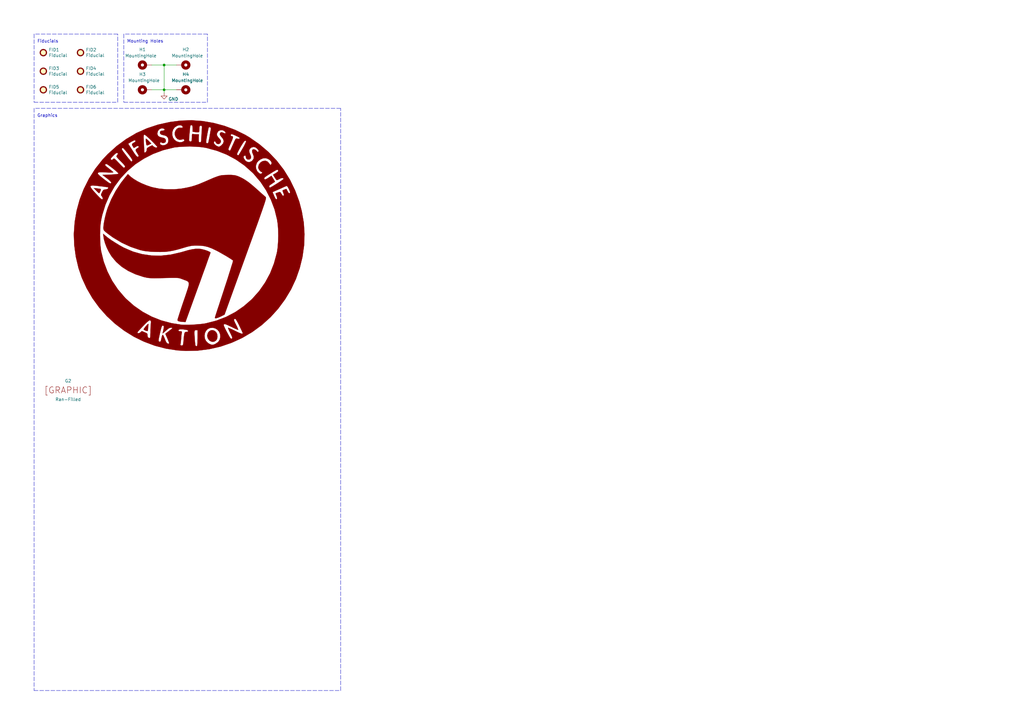
<source format=kicad_sch>
(kicad_sch (version 20211123) (generator eeschema)
  (paper "A3")
  (title_block (title "Squishy - Multitool - Mechanical / Graphics") (date "2021-12-21") (rev "2") (company "Shrine Maiden Heavy Industries") (comment 1 "License:  CERN-OHL-S") (comment 2 "© 2020 Aki 'lethalbit' Van Ness, et. al.") (comment 3 "Mechanical and graphic elements") (comment 4 "Squishy - SCSI multitool and gateware library"))
  (lib_symbols
    (symbol "Mechanical:Fiducial"
      (property "Reference" "FID" (at 0 5.08 0))
      (property "Value" "Fiducial" (at 0 3.175 0))
      (symbol "Fiducial_0_1"
        (circle (center 0 0) (radius 1.27) (stroke (width 0.508)) (fill (type background)))
      )
    )
    (symbol "Mechanical:MountingHole_Pad" (pin_numbers hide) (pin_names (offset 1.016) hide)
      (property "Reference" "H" (at 0 6.35 0))
      (property "Value" "MountingHole_Pad" (at 0 4.445 0))
      (symbol "MountingHole_Pad_0_1"
        (circle (center 0 1.27) (radius 1.27) (stroke (width 1.27)))
      )
      (symbol "MountingHole_Pad_1_1"
        (pin input line (at 0 -2.54 90) (length 2.54) (name "1") (number "1"))
      )
    )
    (symbol "lethalbit-graphics:Antifaschistische_Aktion" (pin_names (offset 1.016))
      (property "Reference" "G" (at -1.27 3.81 0))
      (property "Value" "Antifaschistische_Aktion" (at -1.27 3.81 0))
      (symbol "Antifaschistische_Aktion_1_1"
        (polyline (pts (xy -36.7792 -32.2326) (xy -36.5506 -31.9278) (xy -36.2966 -31.3944) (xy -36.1442 -30.8864) (xy -36.1442 -30.5816) (xy -36.2966 -30.5054) (xy -36.8554 -30.4038) (xy -37.6428 -30.3022) (xy -38.989 -30.1498) (xy -37.9984 -31.1912) (xy -37.5666 -31.6484) (xy -37.084 -32.0802) (xy -36.83 -32.258) (xy -36.7792 -32.2326)) (stroke (width 0.0254)) (fill (type outline)))
        (polyline (pts (xy -16.8656 -12.5984) (xy -16.2306 -12.2936) (xy -15.4432 -11.8872) (xy -16.4084 -10.8966) (xy -16.8148 -10.4902) (xy -17.2974 -10.0584) (xy -17.5768 -9.906) (xy -17.6276 -9.9822) (xy -17.653 -10.414) (xy -17.6022 -11.0998) (xy -17.526 -11.7856) (xy -17.399 -12.3698) (xy -17.3482 -12.4968) (xy -17.1958 -12.6492) (xy -16.8656 -12.5984)) (stroke (width 0.0254)) (fill (type outline)))
        (polyline (pts (xy 10.3886 -93.1164) (xy 11.1506 -92.6592) (xy 11.5316 -92.0242) (xy 11.7348 -91.0844) (xy 11.6078 -90.0938) (xy 11.176 -89.2302) (xy 10.4902 -88.6714) (xy 9.8552 -88.4428) (xy 9.0424 -88.4682) (xy 8.255 -88.9508) (xy 7.747 -89.662) (xy 7.5184 -90.6526) (xy 7.6962 -91.6432) (xy 8.2804 -92.5322) (xy 8.636 -92.837) (xy 9.4996 -93.1926) (xy 10.3886 -93.1164)) (stroke (width 0.0254)) (fill (type outline)))
        (polyline (pts (xy -16.8148 -88.5698) (xy -16.764 -87.9348) (xy -16.764 -87.8586) (xy -16.7132 -87.0458) (xy -16.6116 -86.4108) (xy -16.5608 -86.0552) (xy -16.6878 -85.852) (xy -16.7386 -85.8774) (xy -17.0688 -86.1568) (xy -17.526 -86.6648) (xy -18.034 -87.2744) (xy -18.3896 -87.7824) (xy -18.542 -88.1126) (xy -18.3642 -88.3158) (xy -17.8562 -88.5698) (xy -17.399 -88.7222) (xy -16.9672 -88.7984) (xy -16.8148 -88.5698)) (stroke (width 0.0254)) (fill (type outline)))
        (polyline (pts (xy 3.7338 -70.9168) (xy 4.6228 -68.5038) (xy 5.4864 -66.0654) (xy 6.2992 -63.8302) (xy 7.0358 -61.8236) (xy 7.6454 -60.071) (xy 8.1534 -58.6232) (xy 8.5598 -57.5564) (xy 8.7884 -56.8452) (xy 8.89 -56.5912) (xy 8.8138 -56.4896) (xy 8.382 -56.2356) (xy 7.6708 -55.9308) (xy 6.7818 -55.6006) (xy 5.842 -55.3466) (xy 5.0038 -55.1434) (xy 4.0894 -55.0672) (xy 2.8194 -55.0672) (xy 1.3462 -55.2704) (xy -0.381 -55.6514) (xy -2.4638 -56.261) (xy -3.3782 -56.515) (xy -7.493 -57.4548) (xy -11.5062 -57.8866) (xy -15.3924 -57.8104) (xy -19.2024 -57.2516) (xy -22.9108 -56.2102) (xy -26.543 -54.6608) (xy -27.0002 -54.4322) (xy -28.5242 -53.5686) (xy -30.1498 -52.578) (xy -31.75 -51.562) (xy -33.147 -50.5714) (xy -34.2138 -49.7078) (xy -35.1536 -48.895) (xy -34.9758 -50.3936) (xy -34.8488 -51.1048) (xy -34.3916 -52.7304) (xy -33.7312 -54.483) (xy -32.8676 -56.261) (xy -31.9024 -57.8612) (xy -31.6484 -58.2422) (xy -29.7942 -60.452) (xy -27.5336 -62.4332) (xy -24.892 -64.1096) (xy -21.9202 -65.5066) (xy -18.669 -66.5734) (xy -18.1356 -66.7004) (xy -17.2212 -66.9036) (xy -16.3576 -67.0306) (xy -15.367 -67.0814) (xy -14.1732 -67.1068) (xy -12.573 -67.0814) (xy -10.8712 -67.056) (xy -8.9408 -67.0052) (xy -7.4168 -66.9798) (xy -5.3086 -66.9798) (xy -4.6228 -67.0052) (xy -4.0894 -67.056) (xy -3.683 -67.1576) (xy -3.302 -67.2846) (xy -2.8956 -67.437) (xy -2.3876 -67.6148) (xy -1.8034 -67.8434) (xy -1.1176 -68.0974) (xy -0.5842 -68.3514) (xy -0.254 -68.6308) (xy -0.0508 -69.0118) (xy 0 -69.5198) (xy -0.127 -70.2564) (xy -0.4064 -71.2724) (xy -0.8382 -72.5932) (xy -1.397 -74.2696) (xy -2.1336 -76.4032) (xy -2.3876 -77.1398) (xy -2.9972 -78.9432) (xy -3.5306 -80.5688) (xy -3.9878 -81.9912) (xy -4.3434 -83.1088) (xy -4.572 -83.8708) (xy -4.6736 -84.2264) (xy -4.5212 -84.6074) (xy -3.937 -84.836) (xy -3.1496 -84.963) (xy -2.286 -85.0392) (xy -1.397 -85.09) (xy 3.7338 -70.9168)) (stroke (width 0.0254)) (fill (type outline)))
        (polyline (pts (xy 12.0396 -83.2612) (xy 13.1064 -82.804) (xy 14.6304 -82.042) (xy 23.2918 -58.0898) (xy 24.6634 -54.2798) (xy 25.9334 -50.8) (xy 27.0256 -47.752) (xy 27.9908 -45.1104) (xy 28.8036 -42.8244) (xy 29.4894 -40.8686) (xy 30.0736 -39.2176) (xy 30.5308 -37.8714) (xy 30.9118 -36.7792) (xy 31.1912 -35.8902) (xy 31.3944 -35.2298) (xy 31.5214 -34.7218) (xy 31.5976 -34.3408) (xy 31.5976 -34.1122) (xy 31.5722 -33.9344) (xy 31.5214 -33.8328) (xy 31.4452 -33.782) (xy 31.3436 -33.6804) (xy 30.861 -33.274) (xy 30.099 -32.6136) (xy 29.1592 -31.7754) (xy 28.1432 -30.861) (xy 27.813 -30.5562) (xy 26.0604 -29.0322) (xy 24.5364 -27.7876) (xy 23.1648 -26.8478) (xy 21.8948 -26.0858) (xy 20.5994 -25.4762) (xy 19.8882 -25.1968) (xy 19.1516 -24.9682) (xy 18.3896 -24.8412) (xy 17.4244 -24.765) (xy 15.9766 -24.765) (xy 14.9352 -24.7904) (xy 14.0208 -24.8412) (xy 13.1826 -24.9428) (xy 12.2936 -25.1714) (xy 11.303 -25.5016) (xy 10.1092 -25.9588) (xy 8.636 -26.5938) (xy 6.7818 -27.4066) (xy 6.35 -27.5844) (xy 4.318 -28.448) (xy 2.54 -29.083) (xy 0.8382 -29.591) (xy -0.9652 -29.9974) (xy -2.9972 -30.353) (xy -3.0734 -30.3784) (xy -5.9944 -30.6578) (xy -9.0678 -30.6578) (xy -12.0904 -30.4038) (xy -14.859 -29.845) (xy -15.6718 -29.6164) (xy -17.526 -28.9814) (xy -19.4056 -28.194) (xy -21.1328 -27.3304) (xy -22.6314 -26.416) (xy -23.7744 -25.5778) (xy -25.019 -24.4348) (xy -26.3906 -26.1112) (xy -27.8638 -28.0162) (xy -29.9974 -31.2674) (xy -31.8008 -34.671) (xy -33.2232 -38.1) (xy -33.528 -38.989) (xy -34.0106 -40.6146) (xy -34.417 -42.291) (xy -34.7472 -43.8912) (xy -34.9758 -45.2882) (xy -35.052 -46.3296) (xy -35.052 -46.482) (xy -35.0266 -46.9646) (xy -34.8996 -47.371) (xy -34.5948 -47.752) (xy -34.036 -48.26) (xy -33.147 -48.9458) (xy -31.1658 -50.3936) (xy -27.6098 -52.5272) (xy -23.9014 -54.2544) (xy -20.1168 -55.5244) (xy -19.304 -55.7276) (xy -18.161 -55.9562) (xy -16.9418 -56.1086) (xy -15.5194 -56.2356) (xy -13.716 -56.3118) (xy -11.7348 -56.3372) (xy -9.8552 -56.2864) (xy -8.128 -56.1086) (xy -6.35 -55.7784) (xy -4.4196 -55.2958) (xy -2.159 -54.6354) (xy -0.7874 -54.229) (xy 0.3048 -53.975) (xy 1.2446 -53.7972) (xy 2.2352 -53.721) (xy 3.429 -53.721) (xy 4.699 -53.7464) (xy 6.2738 -53.9242) (xy 7.7724 -54.2798) (xy 9.3472 -54.864) (xy 11.176 -55.7276) (xy 11.7348 -56.007) (xy 12.827 -56.6166) (xy 13.9954 -57.277) (xy 15.1892 -57.9628) (xy 16.2814 -58.6232) (xy 17.1958 -59.2074) (xy 17.8308 -59.6392) (xy 18.1356 -59.8932) (xy 18.0594 -60.1726) (xy 17.8816 -60.9092) (xy 17.526 -62.0014) (xy 17.0942 -63.4492) (xy 16.5354 -65.1764) (xy 15.9258 -67.1576) (xy 15.2146 -69.3166) (xy 14.4526 -71.628) (xy 14.4526 -71.6788) (xy 13.6906 -73.9902) (xy 12.9794 -76.1492) (xy 12.3444 -78.1304) (xy 11.7602 -79.8576) (xy 11.303 -81.28) (xy 10.9474 -82.3722) (xy 10.7442 -83.0834) (xy 10.668 -83.3628) (xy 10.7696 -83.5152) (xy 11.2522 -83.5152) (xy 12.0396 -83.2612)) (stroke (width 0.0254)) (fill (type outline)))
        (polyline (pts (xy 3.5814 -96.8248) (xy 8.3566 -96.2152) (xy 13.0048 -95.1484) (xy 17.526 -93.599) (xy 21.8694 -91.6178) (xy 26.0096 -89.1794) (xy 29.8958 -86.3346) (xy 33.528 -83.058) (xy 36.6268 -79.629) (xy 39.4716 -75.7682) (xy 41.91 -71.7042) (xy 43.9166 -67.4116) (xy 45.466 -62.9666) (xy 46.5836 -58.42) (xy 47.244 -53.7464) (xy 47.4218 -49.0474) (xy 47.117 -44.323) (xy 46.3042 -39.6494) (xy 45.2882 -35.7632) (xy 43.5864 -31.1404) (xy 41.4782 -26.7716) (xy 38.9382 -22.6568) (xy 35.9918 -18.8468) (xy 32.639 -15.3416) (xy 28.9052 -12.1666) (xy 24.8158 -9.3218) (xy 23.0378 -8.2804) (xy 18.9484 -6.2738) (xy 14.6304 -4.6482) (xy 10.1854 -3.4544) (xy 5.6388 -2.667) (xy 1.1176 -2.3368) (xy -3.3274 -2.4892) (xy -7.747 -3.048) (xy -12.5984 -4.1148) (xy -17.1958 -5.6388) (xy -21.5646 -7.5946) (xy -21.6916 -7.6708) (xy -12.9286 -7.6708) (xy -12.7254 -6.7818) (xy -12.192 -6.096) (xy -11.43 -5.6896) (xy -10.541 -5.6896) (xy -10.0838 -5.8928) (xy -9.906 -6.1976) (xy -10.16 -6.477) (xy -10.795 -6.604) (xy -10.9728 -6.604) (xy -11.557 -6.731) (xy -11.8364 -7.112) (xy -11.8364 -7.1882) (xy -11.811 -7.7724) (xy -11.3284 -8.2042) (xy -10.7696 -8.3566) (xy -6.8326 -8.3566) (xy -6.8072 -7.2136) (xy -6.4516 -6.1214) (xy -5.7912 -5.2324) (xy -4.7752 -4.5974) (xy -4.1402 -4.4196) (xy -3.3274 -4.3942) (xy -2.7686 -4.6228) (xy -2.54 -5.0546) (xy -2.5908 -5.3086) (xy -2.8194 -5.461) (xy -3.4036 -5.4102) (xy -4.0894 -5.4102) (xy -4.8768 -5.7912) (xy -5.4356 -6.477) (xy -5.7658 -7.366) (xy -5.7404 -8.3566) (xy -5.3594 -9.3218) (xy -4.699 -10.033) (xy -3.7846 -10.3632) (xy -2.7686 -10.2108) (xy -2.5654 -10.1346) (xy -2.1336 -10.0838) (xy -1.9304 -10.3378) (xy 0.0508 -10.3378) (xy 0.1016 -9.5504) (xy 0.1778 -8.636) (xy 0.2794 -7.4422) (xy 0.381 -6.2738) (xy 0.4064 -6.096) (xy 0.4826 -5.1562) (xy 0.6096 -4.6228) (xy 0.762 -4.3688) (xy 1.016 -4.318) (xy 1.1684 -4.318) (xy 1.397 -4.4704) (xy 1.4986 -4.8768) (xy 1.524 -5.6642) (xy 1.524 -7.0358) (xy 2.6924 -7.1882) (xy 3.0226 -7.239) (xy 3.7084 -7.2644) (xy 4.0894 -7.2136) (xy 4.1656 -7.0866) (xy 4.2672 -6.5786) (xy 4.318 -5.8166) (xy 4.318 -5.4102) (xy 4.3688 -4.8514) (xy 4.5466 -4.6228) (xy 4.8768 -4.5466) (xy 4.9022 -4.572) (xy 5.1562 -4.572) (xy 5.3086 -4.7244) (xy 5.3848 -5.0546) (xy 5.3594 -5.715) (xy 5.2832 -6.7818) (xy 5.2578 -7.0358) (xy 5.1816 -8.255) (xy 5.1308 -9.3726) (xy 5.08 -10.2108) (xy 5.08 -10.5664) (xy 4.953 -11.176) (xy 4.8768 -11.2522) (xy 7.0612 -11.2522) (xy 7.112 -10.6934) (xy 7.239 -9.8044) (xy 7.4676 -8.4836) (xy 7.493 -8.3312) (xy 7.7216 -7.1374) (xy 7.9248 -6.1468) (xy 8.0772 -5.461) (xy 8.1788 -5.1816) (xy 8.3058 -5.1308) (xy 8.7376 -5.2324) (xy 8.9916 -5.4102) (xy 9.0424 -5.9182) (xy 8.9916 -6.1722) (xy 8.8392 -6.8834) (xy 8.6868 -7.874) (xy 8.4836 -9.017) (xy 8.3566 -9.7536) (xy 8.1534 -10.7188) (xy 8.0264 -11.303) (xy 10.2362 -11.303) (xy 10.4394 -10.9982) (xy 10.7696 -10.9728) (xy 11.0236 -11.4046) (xy 11.1506 -11.6332) (xy 11.6078 -12.0396) (xy 12.192 -12.0904) (xy 12.7508 -11.8364) (xy 13.1064 -11.2522) (xy 13.1318 -10.8204) (xy 12.9032 -10.3124) (xy 12.3444 -9.6774) (xy 11.938 -9.2202) (xy 11.5062 -8.4582) (xy 11.5062 -7.747) (xy 11.938 -7.0104) (xy 12.192 -6.731) (xy 13.0048 -6.3754) (xy 13.8684 -6.4008) (xy 14.6812 -6.8834) (xy 15.0114 -7.2898) (xy 15.0622 -7.6454) (xy 14.732 -7.747) (xy 14.1478 -7.493) (xy 14.0716 -7.4422) (xy 13.4112 -7.239) (xy 12.9286 -7.3914) (xy 12.7 -7.8232) (xy 12.7762 -8.4074) (xy 13.2334 -9.017) (xy 13.2842 -9.0932) (xy 14.0462 -10.033) (xy 14.3002 -10.9474) (xy 14.0462 -11.8364) (xy 13.3096 -12.6492) (xy 13.2588 -12.7) (xy 12.7254 -13.0556) (xy 12.3444 -13.1826) (xy 12.0396 -13.1318) (xy 11.3284 -12.827) (xy 10.6934 -12.3444) (xy 10.287 -11.7856) (xy 10.2362 -11.303) (xy 8.0264 -11.303) (xy 8.001 -11.4046) (xy 7.8994 -11.684) (xy 7.7724 -11.7602) (xy 7.3152 -11.7348) (xy 7.239 -11.7094) (xy 7.112 -11.557) (xy 7.0612 -11.2522) (xy 4.8768 -11.2522) (xy 4.6736 -11.4046) (xy 4.191 -11.2776) (xy 4.064 -11.0744) (xy 4.0132 -10.4902) (xy 4.0132 -9.652) (xy 4.0894 -8.128) (xy 3.0734 -8.128) (xy 2.921 -8.1026) (xy 2.159 -8.0518) (xy 1.524 -7.9248) (xy 1.3462 -8.0518) (xy 1.27 -8.4836) (xy 1.27 -9.3472) (xy 1.2192 -10.2362) (xy 1.0922 -10.8458) (xy 0.8128 -11.0744) (xy 0.381 -10.9982) (xy 0.3556 -10.9982) (xy 0.127 -10.795) (xy 0.0508 -10.3378) (xy -1.9304 -10.3378) (xy -1.905 -10.414) (xy -1.8288 -10.6934) (xy -1.9812 -10.8712) (xy -2.4638 -11.1252) (xy -2.8194 -11.2776) (xy -3.8608 -11.3792) (xy -5.0292 -10.9982) (xy -5.8674 -10.3886) (xy -6.5278 -9.4488) (xy -6.8326 -8.3566) (xy -10.7696 -8.3566) (xy -10.3632 -8.4582) (xy -10.2616 -8.4582) (xy -9.2456 -8.8138) (xy -8.6106 -9.4742) (xy -8.382 -10.414) (xy -8.4582 -11.176) (xy -8.763 -11.8364) (xy -9.4234 -12.319) (xy -9.9314 -12.5222) (xy -10.795 -12.6492) (xy -11.557 -12.3444) (xy -11.8618 -11.9888) (xy -11.7602 -11.557) (xy -11.557 -11.303) (xy -11.3284 -11.3792) (xy -11.049 -11.6078) (xy -10.4648 -11.684) (xy -9.8806 -11.5316) (xy -9.525 -11.176) (xy -9.4742 -10.3632) (xy -9.8298 -9.8044) (xy -10.6426 -9.4996) (xy -11.0744 -9.4234) (xy -12.0142 -9.144) (xy -12.5984 -8.763) (xy -12.8778 -8.2042) (xy -12.9286 -7.6708) (xy -21.6916 -7.6708) (xy -24.5618 -9.3726) (xy -18.5928 -9.3726) (xy -18.5674 -8.7376) (xy -18.4912 -8.382) (xy -18.3134 -8.2296) (xy -18.0594 -8.3058) (xy -17.4498 -8.7376) (xy -16.5862 -9.4996) (xy -15.4686 -10.5664) (xy -14.3002 -11.7348) (xy -13.6144 -12.4714) (xy -13.1318 -13.0048) (xy -12.954 -13.2334) (xy -13.0302 -13.4112) (xy -13.3604 -13.5636) (xy -13.8938 -13.462) (xy -14.4018 -13.1572) (xy -15.0114 -12.5984) (xy -16.1544 -13.1318) (xy -16.9164 -13.589) (xy -17.2212 -13.9446) (xy -17.272 -14.4526) (xy -17.3736 -14.986) (xy -17.78 -15.494) (xy -17.9324 -15.5448) (xy -18.1864 -15.5956) (xy -18.288 -15.3416) (xy -18.3388 -14.6558) (xy -18.3388 -14.3256) (xy -18.3896 -13.3858) (xy -18.4404 -12.2174) (xy -18.5166 -10.9728) (xy -18.542 -10.414) (xy -18.5928 -9.3726) (xy -24.5618 -9.3726) (xy -25.7048 -10.033) (xy -28.321 -11.9634) (xy -24.892 -11.9634) (xy -23.6474 -11.176) (xy -23.3426 -10.9982) (xy -22.5298 -10.5918) (xy -22.0218 -10.5664) (xy -21.844 -10.922) (xy -21.8694 -10.9474) (xy -22.098 -11.2268) (xy -22.606 -11.557) (xy -22.8092 -11.6586) (xy -23.2664 -12.0142) (xy -23.3172 -12.446) (xy -22.9616 -13.081) (xy -22.5552 -13.716) (xy -21.7424 -13.208) (xy -21.3106 -12.954) (xy -20.9042 -12.8524) (xy -20.6248 -13.0302) (xy -20.5486 -13.1318) (xy -20.6248 -13.4366) (xy -21.1074 -13.7922) (xy -21.59 -14.1224) (xy -21.8186 -14.5034) (xy -21.6916 -15.0368) (xy -21.209 -15.7988) (xy -21.0566 -16.0528) (xy -20.7264 -16.6116) (xy -20.574 -16.9672) (xy -20.6248 -17.0942) (xy -20.955 -17.3482) (xy -21.0058 -17.3482) (xy -21.1836 -17.2974) (xy -21.463 -17.0688) (xy -21.844 -16.6116) (xy -22.3774 -15.875) (xy -23.0886 -14.7828) (xy -24.0284 -13.3096) (xy -24.892 -11.9634) (xy -28.321 -11.9634) (xy -29.6164 -12.9032) (xy -30.8102 -13.9954) (xy -27.5082 -13.9954) (xy -27.3812 -13.7922) (xy -27.3304 -13.7414) (xy -27.1272 -13.6906) (xy -26.8478 -13.843) (xy -26.4414 -14.2748) (xy -25.8318 -14.986) (xy -24.9682 -16.0528) (xy -24.765 -16.3068) (xy -23.9268 -17.4244) (xy -23.4188 -18.2118) (xy -23.1648 -18.6944) (xy -23.1902 -18.9738) (xy -23.3172 -19.1262) (xy -23.5966 -19.304) (xy -23.8506 -19.05) (xy -24.3332 -18.4912) (xy -24.9936 -17.7038) (xy -25.7556 -16.7386) (xy -26.0604 -16.3322) (xy -26.797 -15.367) (xy -27.2542 -14.7066) (xy -27.4828 -14.2748) (xy -27.5082 -13.9954) (xy -30.8102 -13.9954) (xy -33.2994 -16.2306) (xy -35.2552 -18.3134) (xy -32.0548 -18.3134) (xy -32.004 -18.0086) (xy -31.6484 -17.5514) (xy -30.9626 -16.8402) (xy -30.5562 -16.4338) (xy -29.9466 -15.9004) (xy -29.5656 -15.7226) (xy -29.2862 -15.7734) (xy -29.2354 -15.8242) (xy -29.083 -16.1036) (xy -29.337 -16.4846) (xy -29.5656 -16.7894) (xy -29.718 -17.1704) (xy -29.6418 -17.3228) (xy -29.2354 -17.8054) (xy -28.6258 -18.4912) (xy -27.7114 -19.4056) (xy -26.8732 -20.2692) (xy -26.3906 -20.8534) (xy -26.162 -21.2598) (xy -26.2128 -21.4884) (xy -26.3652 -21.6662) (xy -26.6954 -21.844) (xy -26.8224 -21.7424) (xy -27.2542 -21.3614) (xy -27.8892 -20.7264) (xy -28.6512 -19.939) (xy -29.1846 -19.3802) (xy -29.8704 -18.669) (xy -30.4038 -18.1864) (xy -30.6832 -18.034) (xy -30.861 -18.0848) (xy -31.2674 -18.415) (xy -31.5722 -18.6436) (xy -31.9278 -18.4912) (xy -32.0548 -18.3134) (xy -35.2552 -18.3134) (xy -35.433 -18.4912) (xy -38.4302 -22.2758) (xy -39.5986 -24.13) (xy -37.3634 -24.13) (xy -37.2872 -23.9268) (xy -37.1348 -23.7998) (xy -36.8046 -23.6728) (xy -36.2204 -23.6474) (xy -35.306 -23.6474) (xy -33.9852 -23.7236) (xy -32.8422 -23.7744) (xy -31.877 -23.7744) (xy -31.242 -23.749) (xy -31.0134 -23.6982) (xy -31.0388 -23.622) (xy -31.3944 -23.2664) (xy -32.004 -22.7584) (xy -32.8168 -22.1234) (xy -33.274 -21.7424) (xy -33.9598 -21.209) (xy -34.29 -20.8534) (xy -34.3662 -20.5994) (xy -34.2392 -20.3708) (xy -34.163 -20.32) (xy -33.9598 -20.2438) (xy -33.6296 -20.32) (xy -33.147 -20.6248) (xy -32.4104 -21.1582) (xy -31.3436 -21.971) (xy -31.2674 -22.0218) (xy -30.3276 -22.7838) (xy -29.5402 -23.4696) (xy -29.0322 -23.9522) (xy -28.829 -24.2062) (xy -28.9306 -24.3078) (xy -29.4894 -24.4348) (xy -30.5562 -24.5364) (xy -32.131 -24.638) (xy -35.433 -24.765) (xy -33.5788 -26.162) (xy -33.1978 -26.4668) (xy -32.4612 -27.1018) (xy -31.9786 -27.6098) (xy -31.8262 -27.9146) (xy -31.9024 -28.1178) (xy -32.0802 -28.2702) (xy -32.4358 -28.194) (xy -32.9946 -27.8638) (xy -33.8328 -27.2542) (xy -35.0012 -26.3652) (xy -35.2298 -26.1874) (xy -36.2204 -25.3746) (xy -36.8808 -24.7904) (xy -37.2618 -24.384) (xy -37.3634 -24.13) (xy -39.5986 -24.13) (xy -40.9702 -26.2636) (xy -42.545 -29.4132) (xy -40.4114 -29.4132) (xy -40.132 -29.1592) (xy -39.4208 -29.083) (xy -38.227 -29.1592) (xy -36.576 -29.3624) (xy -36.2204 -29.4132) (xy -35.0266 -29.5402) (xy -34.036 -29.6926) (xy -33.3502 -29.7688) (xy -33.0962 -29.8196) (xy -33.0708 -29.9212) (xy -33.1724 -30.3022) (xy -33.4772 -30.5816) (xy -34.2138 -30.734) (xy -34.4424 -30.734) (xy -34.8996 -30.8356) (xy -35.2552 -31.1658) (xy -35.6108 -31.8516) (xy -35.8394 -32.3088) (xy -36.0172 -32.8168) (xy -35.9918 -33.147) (xy -35.7378 -33.4518) (xy -35.4838 -33.8582) (xy -35.306 -34.3408) (xy -35.3568 -34.6456) (xy -35.5092 -34.8234) (xy -35.8394 -34.6964) (xy -36.3728 -34.2646) (xy -37.1602 -33.4772) (xy -38.227 -32.3342) (xy -38.8366 -31.6738) (xy -39.7256 -30.6324) (xy -40.259 -29.8704) (xy -40.4114 -29.4132) (xy -42.545 -29.4132) (xy -43.1038 -30.5054) (xy -44.8056 -34.8996) (xy -46.0502 -39.4462) (xy -46.8376 -44.0944) (xy -47.1678 -48.7934) (xy -47.1678 -49.3776) (xy -36.449 -49.3776) (xy -36.3982 -47.117) (xy -36.2458 -45.0342) (xy -35.9918 -43.307) (xy -35.5346 -41.1988) (xy -34.2392 -37.0078) (xy -32.5374 -33.0708) (xy -30.4292 -29.4132) (xy -27.94 -26.0604) (xy -25.0952 -23.0378) (xy -21.9202 -20.3454) (xy -18.415 -18.0594) (xy -14.6304 -16.129) (xy -10.5664 -14.605) (xy -6.223 -13.5382) (xy -5.842 -13.462) (xy -4.0132 -13.2588) (xy -1.8796 -13.1318) (xy 0.4064 -13.081) (xy 2.6924 -13.1572) (xy 4.8006 -13.3096) (xy 6.604 -13.5636) (xy 7.3406 -13.716) (xy 8.9154 -14.1478) (xy 16.2052 -14.1478) (xy 16.3322 -13.6906) (xy 16.637 -12.954) (xy 17.145 -11.8364) (xy 17.2212 -11.6332) (xy 17.7292 -10.4648) (xy 18.0086 -9.6774) (xy 18.0848 -9.1948) (xy 17.9578 -8.9408) (xy 17.5006 -8.8646) (xy 17.145 -8.6106) (xy 17.2212 -8.1534) (xy 17.272 -8.1026) (xy 17.5768 -8.0518) (xy 18.1864 -8.2042) (xy 19.1262 -8.6106) (xy 19.2278 -8.6614) (xy 20.0406 -9.0424) (xy 20.5994 -9.3726) (xy 20.828 -9.5758) (xy 20.8026 -9.7536) (xy 20.5232 -10.0076) (xy 19.8882 -9.8806) (xy 19.6342 -9.8044) (xy 19.3802 -9.8298) (xy 19.1262 -10.0838) (xy 18.8214 -10.668) (xy 18.3896 -11.6078) (xy 18.288 -11.8618) (xy 17.8308 -12.8524) (xy 17.4498 -13.716) (xy 17.1958 -14.2748) (xy 17.018 -14.6304) (xy 16.764 -14.8336) (xy 16.4338 -14.6558) (xy 16.383 -14.6304) (xy 16.2306 -14.4272) (xy 16.2052 -14.1478) (xy 8.9154 -14.1478) (xy 11.5316 -14.859) (xy 15.4686 -16.4084) (xy 19.7358 -16.4084) (xy 19.7612 -16.0782) (xy 19.9898 -15.5448) (xy 20.4216 -14.6812) (xy 21.082 -13.4874) (xy 21.2598 -13.1572) (xy 21.9964 -11.9634) (xy 22.5298 -11.176) (xy 22.9362 -10.7696) (xy 23.241 -10.6934) (xy 23.4696 -10.8966) (xy 23.495 -10.922) (xy 23.3934 -11.2522) (xy 23.0886 -11.938) (xy 22.6314 -12.8778) (xy 22.0218 -13.9446) (xy 21.9456 -14.0716) (xy 21.336 -15.113) (xy 20.828 -15.9512) (xy 20.4724 -16.5354) (xy 20.32 -16.7386) (xy 20.2184 -16.7132) (xy 19.8374 -16.51) (xy 19.7358 -16.4084) (xy 15.4686 -16.4084) (xy 15.5448 -16.4338) (xy 16.9926 -17.2212) (xy 22.4028 -17.2212) (xy 22.606 -16.9926) (xy 22.9616 -16.7894) (xy 23.2664 -16.8656) (xy 23.368 -17.3482) (xy 23.495 -17.9832) (xy 24.003 -18.415) (xy 24.7396 -18.4404) (xy 25.019 -18.3388) (xy 25.4508 -17.907) (xy 25.4762 -17.1704) (xy 25.0952 -16.1544) (xy 24.8666 -15.6464) (xy 24.7142 -14.732) (xy 25.019 -14.0208) (xy 25.7302 -13.462) (xy 25.7556 -13.462) (xy 26.6446 -13.2588) (xy 27.4828 -13.5382) (xy 28.2702 -14.2748) (xy 28.5496 -14.6812) (xy 28.6512 -15.0114) (xy 28.4226 -15.24) (xy 28.1178 -15.3162) (xy 27.813 -14.9606) (xy 27.7876 -14.8844) (xy 27.3304 -14.478) (xy 26.7208 -14.2494) (xy 26.162 -14.3256) (xy 26.1366 -14.351) (xy 25.9334 -14.8082) (xy 25.9842 -15.494) (xy 26.289 -16.256) (xy 26.6192 -17.145) (xy 26.543 -18.1102) (xy 25.9842 -18.923) (xy 25.7302 -19.1262) (xy 24.8412 -19.5072) (xy 23.9776 -19.431) (xy 23.1902 -18.923) (xy 22.5806 -18.0086) (xy 22.4282 -17.6276) (xy 22.4028 -17.2212) (xy 16.9926 -17.2212) (xy 19.304 -18.4658) (xy 22.8092 -20.9042) (xy 22.86 -20.955) (xy 27.4828 -20.955) (xy 27.8638 -19.812) (xy 28.4988 -19.0246) (xy 29.4132 -18.3642) (xy 30.4546 -17.9324) (xy 31.4452 -17.8562) (xy 32.4104 -18.161) (xy 33.1978 -18.6436) (xy 33.7312 -19.2532) (xy 33.9598 -19.8628) (xy 33.782 -20.4216) (xy 33.5534 -20.6248) (xy 33.2994 -20.5486) (xy 32.9692 -20.066) (xy 32.3088 -19.304) (xy 31.4452 -18.9484) (xy 30.353 -19.0754) (xy 30.1244 -19.1516) (xy 29.2608 -19.7358) (xy 28.6512 -20.6248) (xy 28.448 -21.6408) (xy 28.575 -22.225) (xy 28.9814 -22.8854) (xy 29.4894 -23.3934) (xy 29.972 -23.622) (xy 30.1498 -23.6728) (xy 29.972 -24.003) (xy 29.7688 -24.1808) (xy 29.4386 -24.3332) (xy 29.0322 -24.1808) (xy 28.4226 -23.6728) (xy 27.9908 -23.1902) (xy 27.5336 -22.1234) (xy 27.4828 -20.955) (xy 22.86 -20.955) (xy 26.0096 -23.749) (xy 26.543 -24.2824) (xy 28.1432 -26.1874) (xy 30.861 -26.1874) (xy 31.0896 -25.7556) (xy 31.8008 -25.2222) (xy 32.4866 -24.7904) (xy 33.4518 -24.1808) (xy 34.4424 -23.5712) (xy 34.9758 -23.241) (xy 35.7378 -22.8092) (xy 36.195 -22.6314) (xy 36.4744 -22.7076) (xy 36.6522 -22.9616) (xy 36.6776 -23.0886) (xy 36.3982 -23.495) (xy 35.6616 -24.003) (xy 34.5186 -24.6634) (xy 35.1536 -25.7302) (xy 35.3822 -26.0604) (xy 35.7632 -26.6192) (xy 36.0426 -26.8732) (xy 36.1188 -26.8732) (xy 36.576 -26.7208) (xy 37.211 -26.3906) (xy 37.465 -26.2382) (xy 38.1508 -26.0096) (xy 38.6588 -26.0604) (xy 38.862 -26.3652) (xy 38.8366 -26.3652) (xy 38.608 -26.6192) (xy 38.0238 -27.051) (xy 37.1856 -27.6098) (xy 36.1696 -28.2702) (xy 36.068 -28.321) (xy 35.052 -28.956) (xy 34.163 -29.4894) (xy 33.5534 -29.8196) (xy 33.274 -29.972) (xy 33.147 -29.9212) (xy 32.9184 -29.5656) (xy 32.9184 -29.337) (xy 33.2486 -28.9306) (xy 34.036 -28.3972) (xy 34.5948 -28.0162) (xy 35.1028 -27.686) (xy 35.306 -27.5082) (xy 35.2298 -27.3812) (xy 34.9758 -26.924) (xy 34.5694 -26.2636) (xy 33.8582 -25.1206) (xy 32.6644 -25.8826) (xy 32.5628 -25.9588) (xy 31.8008 -26.416) (xy 31.3182 -26.6192) (xy 31.0388 -26.5684) (xy 30.8864 -26.2636) (xy 30.861 -26.1874) (xy 28.1432 -26.1874) (xy 29.3116 -27.5336) (xy 31.6738 -31.0896) (xy 32.0294 -31.8008) (xy 34.29 -31.8008) (xy 37.0078 -30.607) (xy 38.0492 -30.1498) (xy 38.989 -29.718) (xy 40.0558 -29.2608) (xy 40.2336 -29.3116) (xy 40.6146 -29.7688) (xy 41.0464 -30.607) (xy 41.2242 -31.0134) (xy 41.4782 -31.6738) (xy 41.5036 -32.0548) (xy 41.3512 -32.258) (xy 41.2242 -32.3088) (xy 40.9194 -32.1564) (xy 40.5384 -31.5468) (xy 40.4114 -31.3182) (xy 40.132 -30.7848) (xy 40.005 -30.5308) (xy 39.8526 -30.5308) (xy 39.4208 -30.6832) (xy 38.862 -30.9118) (xy 38.4048 -31.115) (xy 38.4048 -31.1404) (xy 38.5064 -31.5214) (xy 38.735 -32.1056) (xy 38.9382 -32.6644) (xy 38.989 -33.0708) (xy 38.8112 -33.2994) (xy 38.735 -33.3248) (xy 38.4048 -33.1978) (xy 38.0238 -32.6136) (xy 37.9222 -32.4612) (xy 37.592 -31.9532) (xy 37.3634 -31.75) (xy 37.2618 -31.75) (xy 36.83 -31.8516) (xy 36.2458 -32.0548) (xy 35.7632 -32.2326) (xy 35.56 -32.3596) (xy 35.56 -32.4104) (xy 35.687 -32.766) (xy 35.941 -33.3756) (xy 36.0172 -33.5534) (xy 36.1696 -34.163) (xy 36.1696 -34.544) (xy 35.9664 -34.7726) (xy 35.7632 -34.7472) (xy 35.4838 -34.417) (xy 35.1282 -33.7312) (xy 34.6456 -32.5882) (xy 34.29 -31.8008) (xy 32.0294 -31.8008) (xy 33.6296 -34.8996) (xy 35.1536 -38.9382) (xy 36.195 -43.18) (xy 36.195 -43.2308) (xy 36.4744 -45.1104) (xy 36.6268 -47.3202) (xy 36.6776 -49.6824) (xy 36.6014 -52.07) (xy 36.449 -54.2544) (xy 36.195 -56.134) (xy 36.0426 -56.8706) (xy 34.8996 -61.0616) (xy 33.3248 -65.0748) (xy 31.2928 -68.834) (xy 28.8544 -72.3392) (xy 26.0096 -75.5396) (xy 25.7556 -75.7936) (xy 22.5044 -78.613) (xy 18.9992 -81.026) (xy 15.2146 -83.0072) (xy 11.2268 -84.5312) (xy 7.0612 -85.598) (xy 6.5532 -85.6996) (xy 5.0546 -85.9028) (xy 3.3528 -86.0552) (xy 2.286 -86.1314) (xy 14.2748 -86.1314) (xy 14.5034 -85.9028) (xy 15.0876 -86.0044) (xy 16.0528 -86.4108) (xy 17.4498 -87.0712) (xy 18.4658 -87.5792) (xy 19.3548 -87.9856) (xy 19.9644 -88.2396) (xy 20.2184 -88.2904) (xy 20.2184 -88.2142) (xy 20.066 -87.7824) (xy 19.7612 -87.0458) (xy 18.8976 -85.3186) (xy 18.5928 -84.6328) (xy 18.4912 -84.2264) (xy 18.542 -83.9724) (xy 18.7452 -83.8454) (xy 18.8214 -83.7946) (xy 19.0246 -83.7946) (xy 19.2786 -84.0232) (xy 19.5834 -84.4804) (xy 20.0406 -85.2932) (xy 20.6502 -86.487) (xy 20.701 -86.6394) (xy 21.2344 -87.7316) (xy 21.6916 -88.6714) (xy 21.971 -89.3318) (xy 22.098 -89.662) (xy 21.9964 -89.8398) (xy 21.6662 -89.8652) (xy 21.0566 -89.6874) (xy 20.0914 -89.281) (xy 18.7452 -88.6206) (xy 17.8308 -88.1634) (xy 16.9418 -87.757) (xy 16.3322 -87.503) (xy 16.0782 -87.4522) (xy 16.0782 -87.5284) (xy 16.2306 -87.9602) (xy 16.5354 -88.6968) (xy 16.9926 -89.6112) (xy 17.3482 -90.3478) (xy 17.6784 -91.0844) (xy 17.8054 -91.5162) (xy 17.7546 -91.7448) (xy 17.5768 -91.8972) (xy 17.5006 -91.9226) (xy 17.272 -91.9226) (xy 17.018 -91.6686) (xy 16.6878 -91.186) (xy 16.2052 -90.3478) (xy 15.5448 -89.1032) (xy 15.494 -89.027) (xy 14.8082 -87.6808) (xy 14.3764 -86.7156) (xy 14.2748 -86.1314) (xy 2.286 -86.1314) (xy 1.5494 -86.1822) (xy -0.2032 -86.2584) (xy -1.7526 -86.2584) (xy -2.921 -86.2076) (xy -7.0612 -85.5726) (xy -11.2776 -84.455) (xy -15.2654 -82.8802) (xy -19.0246 -80.8482) (xy -22.5298 -78.4098) (xy -25.781 -75.5396) (xy -26.3398 -74.9554) (xy -29.1084 -71.7042) (xy -31.4706 -68.1736) (xy -33.401 -64.3636) (xy -34.925 -60.3504) (xy -35.9664 -56.134) (xy -36.0426 -55.7276) (xy -36.2712 -53.8226) (xy -36.3982 -51.6636) (xy -36.449 -49.3776) (xy -47.1678 -49.3776) (xy -47.0154 -53.5432) (xy -46.3804 -58.2676) (xy -45.2628 -62.992) (xy -43.9166 -66.929) (xy -41.9354 -71.247) (xy -39.5732 -75.311) (xy -36.8046 -79.121) (xy -33.7058 -82.6262) (xy -30.2768 -85.8012) (xy -26.5684 -88.6206) (xy -25.273 -89.4334) (xy -21.1074 -89.4334) (xy -20.955 -89.1286) (xy -20.574 -88.646) (xy -19.8882 -87.9094) (xy -18.8976 -86.868) (xy -17.9832 -85.9282) (xy -17.1704 -85.1408) (xy -16.5608 -84.6328) (xy -16.1798 -84.4042) (xy -15.9004 -84.4042) (xy -15.7988 -84.455) (xy -15.5956 -84.6582) (xy -15.5194 -85.1154) (xy -15.5956 -85.9028) (xy -15.621 -86.0552) (xy -15.6972 -87.0204) (xy -15.748 -88.2396) (xy -15.748 -89.4588) (xy -15.7734 -90.0176) (xy -15.7988 -90.9828) (xy -15.9004 -91.5162) (xy -16.0782 -91.6686) (xy -16.4338 -91.6178) (xy -16.891 -91.2368) (xy -16.9926 -90.5256) (xy -16.9672 -90.2716) (xy -17.0434 -89.916) (xy -17.399 -89.6112) (xy -18.1102 -89.3064) (xy -19.304 -88.7984) (xy -19.8882 -89.3318) (xy -20.3454 -89.6366) (xy -20.955 -89.662) (xy -21.0566 -89.6112) (xy -21.1074 -89.4334) (xy -25.273 -89.4334) (xy -22.606 -91.0844) (xy -19.558 -92.583) (xy -12.446 -92.583) (xy -12.3698 -91.9734) (xy -12.1666 -91.0336) (xy -11.8618 -89.662) (xy -11.6586 -88.7984) (xy -11.4046 -87.7316) (xy -11.2014 -87.0712) (xy -10.9982 -86.6902) (xy -10.8204 -86.5378) (xy -10.6172 -86.5378) (xy -10.4902 -86.5886) (xy -10.2362 -86.8426) (xy -10.287 -87.4014) (xy -10.414 -88.1126) (xy -10.7696 -89.789) (xy -10.16 -89.281) (xy -10.0584 -89.2048) (xy -9.4234 -88.646) (xy -8.7376 -88.0618) (xy -8.6868 -87.9856) (xy -7.9248 -87.503) (xy -7.2136 -87.4014) (xy -6.9342 -87.4522) (xy -6.7818 -87.5284) (xy -6.858 -87.7316) (xy -7.2898 -88.0872) (xy -7.747 -88.4428) (xy -4.2672 -88.4428) (xy -4.1402 -88.2396) (xy -3.5814 -88.0618) (xy -2.5654 -88.0872) (xy -1.0922 -88.265) (xy -0.508 -88.4682) (xy -0.254 -88.773) (xy -0.4318 -89.027) (xy -0.9906 -89.154) (xy -1.0922 -89.154) (xy -1.4224 -89.1794) (xy -1.651 -89.3572) (xy -1.651 -89.3826) (xy 2.2606 -89.3826) (xy 2.3114 -88.8492) (xy 2.4384 -88.5444) (xy 2.6162 -88.4174) (xy 2.921 -88.392) (xy 3.556 -88.392) (xy 3.556 -90.7542) (xy 6.4008 -90.7542) (xy 6.5532 -89.6874) (xy 6.985 -88.7476) (xy 7.6962 -87.9856) (xy 8.6614 -87.5284) (xy 9.8552 -87.4522) (xy 10.7442 -87.6554) (xy 11.7094 -88.2396) (xy 12.4206 -89.1032) (xy 12.827 -90.1446) (xy 12.9032 -91.2368) (xy 12.6492 -92.3036) (xy 12.0396 -93.2434) (xy 11.049 -93.9546) (xy 10.3632 -94.2848) (xy 9.7028 -94.4372) (xy 9.1186 -94.361) (xy 8.382 -94.0308) (xy 7.8232 -93.6752) (xy 7.0104 -92.837) (xy 6.5278 -91.821) (xy 6.4008 -90.7542) (xy 3.556 -90.7542) (xy 3.556 -91.694) (xy 3.5306 -92.71) (xy 3.5306 -93.7514) (xy 3.4798 -94.4118) (xy 3.4036 -94.7928) (xy 3.2766 -94.9452) (xy 3.0734 -94.996) (xy 2.9464 -94.9706) (xy 2.7432 -94.8182) (xy 2.6162 -94.4626) (xy 2.54 -93.7768) (xy 2.4384 -92.6592) (xy 2.3622 -91.4908) (xy 2.286 -90.2462) (xy 2.2606 -89.3826) (xy -1.651 -89.3826) (xy -1.8034 -89.7128) (xy -1.9304 -90.3478) (xy -2.0574 -91.3384) (xy -2.1844 -92.7608) (xy -2.2352 -93.3958) (xy -2.3368 -94.1324) (xy -2.4638 -94.5388) (xy -2.667 -94.6912) (xy -2.9718 -94.742) (xy -3.048 -94.7166) (xy -3.4544 -94.615) (xy -3.4798 -94.2848) (xy -3.4544 -94.234) (xy -3.3782 -93.6752) (xy -3.2766 -92.837) (xy -3.175 -91.821) (xy -3.175 -91.5924) (xy -3.0734 -90.6018) (xy -2.9718 -89.789) (xy -2.8956 -89.3318) (xy -2.8702 -89.154) (xy -3.0226 -88.9508) (xy -3.5814 -88.9) (xy -3.8354 -88.8746) (xy -4.2418 -88.7476) (xy -4.2672 -88.4428) (xy -7.747 -88.4428) (xy -9.652 -89.916) (xy -8.763 -91.948) (xy -8.509 -92.5576) (xy -8.2296 -93.3196) (xy -8.1026 -93.726) (xy -8.1788 -93.9292) (xy -8.382 -93.98) (xy -8.382 -93.9546) (xy -8.7884 -93.8784) (xy -9.144 -93.5736) (xy -9.4996 -92.964) (xy -9.906 -91.9226) (xy -10.16 -91.313) (xy -10.4648 -90.6526) (xy -10.6934 -90.3224) (xy -10.8204 -90.3986) (xy -11.0236 -90.8558) (xy -11.2268 -91.6432) (xy -11.2776 -91.8718) (xy -11.4554 -92.6592) (xy -11.6332 -93.0656) (xy -11.8872 -93.1672) (xy -12.2682 -93.0656) (xy -12.2936 -93.0656) (xy -12.4206 -92.9132) (xy -12.446 -92.583) (xy -19.558 -92.583) (xy -18.3896 -93.1418) (xy -13.9954 -94.7928) (xy -9.4234 -95.9866) (xy -4.699 -96.7232) (xy -1.2446 -96.9264) (xy 3.5814 -96.8248)) (stroke (width 0.0254)) (fill (type outline)))
      )
    )
    (symbol "lethalbit-graphics:Graphic"
      (property "Reference" "G" (at 0 3.81 0))
      (property "Value" "Graphic" (at 0 -3.81 0))
      (symbol "Graphic_0_0"
        (text "[GRAPHIC]" (at 0 0 0) (effects (font (size 2.54 2.54))))
      )
    )
    (symbol "power:GND" (power) (pin_names (offset 0))
      (property "Value" "GND" (at 0 -3.81 0))
      (symbol "GND_0_1"
        (polyline (pts (xy 0 0) (xy 0 -1.27) (xy 1.27 -1.27) (xy 0 -2.54) (xy -1.27 -1.27) (xy 0 -1.27)))
      )
      (symbol "GND_1_1"
        (pin power_in line (at 0 0 270) (length 0) hide (name "GND") (number "1"))
      )
    )
  )
  (junction (at 67.31 36.83))
  (junction (at 67.31 26.67))
  (wire (pts (xy 67.31 38.1) (xy 67.31 36.83)))
  (polyline (pts (xy 13.97 44.45) (xy 13.97 283.21)) (stroke (width 0) (type dash)))
  (wire (pts (xy 62.23 26.67) (xy 67.31 26.67)))
  (wire (pts (xy 67.31 26.67) (xy 72.39 26.67)))
  (polyline (pts (xy 48.26 13.97) (xy 13.97 13.97)) (stroke (width 0) (type dash)))
  (polyline (pts (xy 85.09 41.91) (xy 85.09 13.97)) (stroke (width 0) (type dash)))
  (polyline (pts (xy 13.97 13.97) (xy 13.97 41.91)) (stroke (width 0) (type dash)))
  (polyline (pts (xy 139.7 283.21) (xy 139.7 44.45)) (stroke (width 0) (type dash)))
  (polyline (pts (xy 13.97 41.91) (xy 48.26 41.91)) (stroke (width 0) (type dash)))
  (polyline (pts (xy 50.8 41.91) (xy 85.09 41.91)) (stroke (width 0) (type dash)))
  (polyline (pts (xy 50.8 13.97) (xy 50.8 41.91)) (stroke (width 0) (type dash)))
  (polyline (pts (xy 139.7 44.45) (xy 13.97 44.45)) (stroke (width 0) (type dash)))
  (polyline (pts (xy 13.97 283.21) (xy 139.7 283.21)) (stroke (width 0) (type dash)))
  (wire (pts (xy 67.31 36.83) (xy 67.31 26.67)))
  (polyline (pts (xy 48.26 41.91) (xy 48.26 13.97)) (stroke (width 0) (type dash)))
  (wire (pts (xy 72.39 36.83) (xy 67.31 36.83)))
  (wire (pts (xy 67.31 36.83) (xy 62.23 36.83)))
  (polyline (pts (xy 85.09 13.97) (xy 50.8 13.97)) (stroke (width 0) (type dash)))
  (text "Graphics" (at 15.24 48.26 0) (effects (font (size 1.27 1.27)) (justify left bottom)))
  (text "Fiducials" (at 15.24 17.78 0) (effects (font (size 1.27 1.27)) (justify left bottom)))
  (text "Mounting Holes\n" (at 52.07 17.78 0) (effects (font (size 1.27 1.27)) (justify left bottom)))
  (symbol (lib_id "Mechanical:MountingHole_Pad") (at 74.93 26.67 270) (unit 1)
    (property "Reference" "H2" (at 76.2 20.32 90))
    (property "Value" "MountingHole" (at 76.835 22.86 90))
    (property "Footprint" "MountingHole:MountingHole_3.2mm_M3_Pad" (effects hide))
    (property "MFR" "N/A" (effects hide))
    (property "MPN" "N/A" (effects hide))
  )
  (symbol (lib_id "Mechanical:MountingHole_Pad") (at 74.93 36.83 270) (unit 1)
    (property "Reference" "H4" (at 76.2 30.48 90))
    (property "Value" "MountingHole" (at 76.835 33.02 90))
    (property "Footprint" "MountingHole:MountingHole_3.2mm_M3_Pad" (effects hide))
    (property "MFR" "N/A" (effects hide))
    (property "MPN" "N/A" (effects hide))
  )
  (symbol (lib_id "Mechanical:Fiducial") (at 17.78 29.21 0) (unit 1)
    (property "Reference" "FID3" (at 19.939 28.0416 0) (effects (justify left)))
    (property "Value" "Fiducial" (at 19.939 30.353 0) (effects (justify left)))
    (property "Footprint" "Fiducial:Fiducial_0.75mm_Mask1.5mm" (effects hide))
    (property "MFR" "N/A" (effects hide))
    (property "MPN" "N/A" (effects hide))
  )
  (symbol (lib_id "Mechanical:MountingHole_Pad") (at 59.69 26.67 90) (unit 1)
    (property "Reference" "H1" (at 58.42 20.32 90))
    (property "Value" "MountingHole" (at 57.785 22.86 90))
    (property "Footprint" "MountingHole:MountingHole_3.2mm_M3_Pad" (effects hide))
    (property "MFR" "N/A" (effects hide))
    (property "MPN" "N/A" (effects hide))
  )
  (symbol (lib_id "Mechanical:Fiducial") (at 17.78 21.59 0) (unit 1)
    (property "Reference" "FID1" (at 19.939 20.4216 0) (effects (justify left)))
    (property "Value" "Fiducial" (at 19.939 22.733 0) (effects (justify left)))
    (property "Footprint" "Fiducial:Fiducial_0.75mm_Mask1.5mm" (effects hide))
    (property "MFR" "N/A" (effects hide))
    (property "MPN" "N/A" (effects hide))
  )
  (symbol (lib_id "Mechanical:Fiducial") (at 33.02 36.83 0) (unit 1)
    (property "Reference" "FID6" (at 35.179 35.6616 0) (effects (justify left)))
    (property "Value" "Fiducial" (at 35.179 37.973 0) (effects (justify left)))
    (property "Footprint" "Fiducial:Fiducial_0.75mm_Mask1.5mm" (effects hide))
    (property "MFR" "N/A" (effects hide))
    (property "MPN" "N/A" (effects hide))
  )
  (symbol (lib_id "Mechanical:MountingHole_Pad") (at 59.69 36.83 90) (unit 1)
    (property "Reference" "H3" (at 58.42 30.48 90))
    (property "Value" "MountingHole" (at 59.055 33.02 90))
    (property "Footprint" "MountingHole:MountingHole_3.2mm_M3_Pad" (effects hide))
    (property "MFR" "N/A" (effects hide))
    (property "MPN" "N/A" (effects hide))
  )
  (symbol (lib_id "Mechanical:Fiducial") (at 33.02 29.21 0) (unit 1)
    (property "Reference" "FID4" (at 35.179 28.0416 0) (effects (justify left)))
    (property "Value" "Fiducial" (at 35.179 30.353 0) (effects (justify left)))
    (property "Footprint" "Fiducial:Fiducial_0.75mm_Mask1.5mm" (effects hide))
    (property "MFR" "N/A" (effects hide))
    (property "MPN" "N/A" (effects hide))
  )
  (symbol (lib_id "Mechanical:Fiducial") (at 33.02 21.59 0) (unit 1)
    (property "Reference" "FID2" (at 35.179 20.4216 0) (effects (justify left)))
    (property "Value" "Fiducial" (at 35.179 22.733 0) (effects (justify left)))
    (property "Footprint" "Fiducial:Fiducial_0.75mm_Mask1.5mm" (effects hide))
    (property "MFR" "N/A" (effects hide))
    (property "MPN" "N/A" (effects hide))
  )
  (symbol (lib_id "Mechanical:Fiducial") (at 17.78 36.83 0) (unit 1)
    (property "Reference" "FID5" (at 19.939 35.6616 0) (effects (justify left)))
    (property "Value" "Fiducial" (at 19.939 37.973 0) (effects (justify left)))
    (property "Footprint" "Fiducial:Fiducial_0.75mm_Mask1.5mm" (effects hide))
    (property "MFR" "N/A" (effects hide))
    (property "MPN" "N/A" (effects hide))
  )
  (symbol (lib_id "power:GND") (at 67.31 38.1 0) (unit 1)
    (property "Reference" "#PWR0105" (effects hide))
    (property "Value" "GND" (at 71.12 40.64 0))
  )
  (symbol (lib_id "lethalbit-graphics:Antifaschistische_Aktion") (at 77.47 46.99 0) (unit 1)
    (property "Reference" "G1" (effects hide))
    (property "Value" "Antifaschistische_Aktion" (effects hide))
    (property "Footprint" "DX-MON:Antifaschistische-Aktion_Inv_600dpi" (effects hide))
    (property "MFR" "N/A" (effects hide))
    (property "MPN" "N/A" (effects hide))
  )
  (symbol (lib_id "lethalbit-graphics:Graphic") (at 27.94 160.02 0) (unit 1)
    (property "Reference" "G2" (at 27.94 156.21 0))
    (property "Value" "Ran-Filled" (at 27.94 163.83 0))
    (property "Footprint" "lethalbit-graphics:yuki_10x11" (effects hide))
    (property "MFR" "N/A" (effects hide))
    (property "MPN" "N/A" (effects hide))
  )
)
</source>
